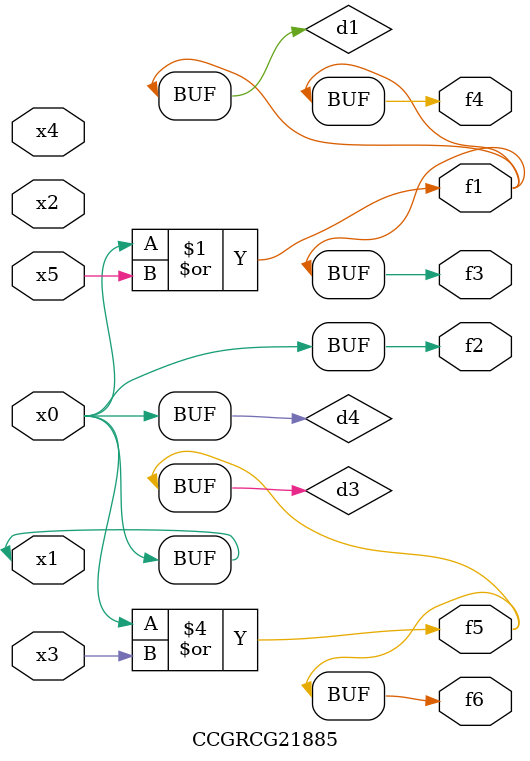
<source format=v>
module CCGRCG21885(
	input x0, x1, x2, x3, x4, x5,
	output f1, f2, f3, f4, f5, f6
);

	wire d1, d2, d3, d4;

	or (d1, x0, x5);
	xnor (d2, x1, x4);
	or (d3, x0, x3);
	buf (d4, x0, x1);
	assign f1 = d1;
	assign f2 = d4;
	assign f3 = d1;
	assign f4 = d1;
	assign f5 = d3;
	assign f6 = d3;
endmodule

</source>
